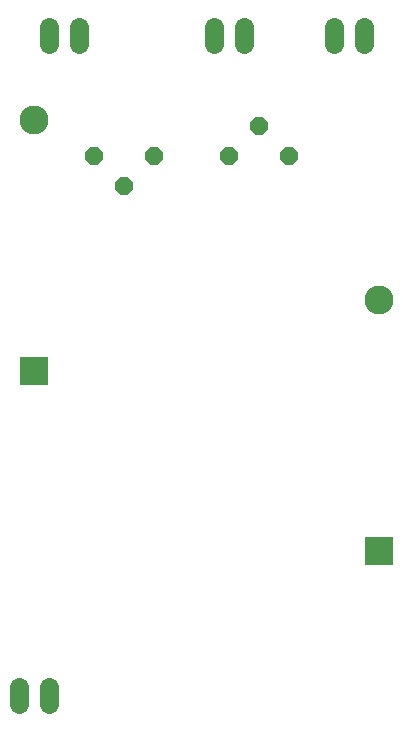
<source format=gbr>
G04 EAGLE Gerber RS-274X export*
G75*
%MOMM*%
%FSLAX34Y34*%
%LPD*%
%INSoldermask Bottom*%
%IPPOS*%
%AMOC8*
5,1,8,0,0,1.08239X$1,22.5*%
G01*
%ADD10C,1.625600*%
%ADD11R,2.453200X2.453200*%
%ADD12C,2.453200*%
%ADD13P,1.649562X8X202.500000*%
%ADD14P,1.649562X8X22.500000*%


D10*
X228600Y604012D02*
X228600Y589788D01*
X203200Y589788D02*
X203200Y604012D01*
X88900Y604012D02*
X88900Y589788D01*
X63500Y589788D02*
X63500Y604012D01*
X63500Y45212D02*
X63500Y30988D01*
X38100Y30988D02*
X38100Y45212D01*
X330200Y589788D02*
X330200Y604012D01*
X304800Y604012D02*
X304800Y589788D01*
D11*
X50800Y313100D03*
D12*
X50800Y525100D03*
D11*
X342900Y160700D03*
D12*
X342900Y372700D03*
D13*
X152400Y495300D03*
X101600Y495300D03*
X127000Y469900D03*
D14*
X215900Y495300D03*
X266700Y495300D03*
X241300Y520700D03*
M02*

</source>
